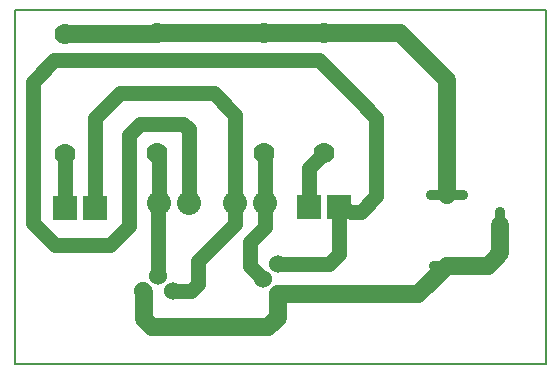
<source format=gbr>
G04 PROTEUS GERBER X2 FILE*
%TF.GenerationSoftware,Labcenter,Proteus,8.8-SP1-Build27031*%
%TF.CreationDate,2019-02-23T23:09:11+00:00*%
%TF.FileFunction,Copper,L2,Bot*%
%TF.FilePolarity,Positive*%
%TF.Part,Single*%
%TF.SameCoordinates,{4f05214c-f268-41af-9fbd-0331bb8a8b34}*%
%FSLAX45Y45*%
%MOMM*%
G01*
%TA.AperFunction,Conductor*%
%ADD18C,1.524000*%
%ADD19C,1.270000*%
%TA.AperFunction,ComponentPad*%
%ADD10C,1.524000*%
%TA.AperFunction,ComponentPad*%
%ADD11C,1.778000*%
%ADD12R,2.032000X2.032000*%
%ADD13C,2.032000*%
%AMPPAD004*
4,1,36,
-1.750000,-0.095200,
-1.750000,0.095200,
-1.743940,0.157520,
-1.726490,0.215160,
-1.698770,0.266980,
-1.661890,0.311890,
-1.616980,0.348760,
-1.565160,0.376480,
-1.507520,0.393930,
-1.445200,0.400000,
1.445200,0.400000,
1.507520,0.393930,
1.565160,0.376480,
1.616980,0.348760,
1.661890,0.311890,
1.698770,0.266980,
1.726490,0.215160,
1.743940,0.157520,
1.750000,0.095200,
1.750000,-0.095200,
1.743940,-0.157520,
1.726490,-0.215160,
1.698770,-0.266980,
1.661890,-0.311890,
1.616980,-0.348760,
1.565160,-0.376480,
1.507520,-0.393930,
1.445200,-0.400000,
-1.445200,-0.400000,
-1.507520,-0.393930,
-1.565160,-0.376480,
-1.616980,-0.348760,
-1.661890,-0.311890,
-1.698770,-0.266980,
-1.726490,-0.215160,
-1.743940,-0.157520,
-1.750000,-0.095200,
0*%
%TA.AperFunction,ComponentPad*%
%ADD14PPAD004*%
%AMPPAD005*
4,1,36,
-1.500000,-0.095200,
-1.500000,0.095200,
-1.493940,0.157520,
-1.476490,0.215160,
-1.448770,0.266980,
-1.411890,0.311890,
-1.366980,0.348760,
-1.315160,0.376480,
-1.257520,0.393930,
-1.195200,0.400000,
1.195200,0.400000,
1.257520,0.393930,
1.315160,0.376480,
1.366980,0.348760,
1.411890,0.311890,
1.448770,0.266980,
1.476490,0.215160,
1.493940,0.157520,
1.500000,0.095200,
1.500000,-0.095200,
1.493940,-0.157520,
1.476490,-0.215160,
1.448770,-0.266980,
1.411890,-0.311890,
1.366980,-0.348760,
1.315160,-0.376480,
1.257520,-0.393930,
1.195200,-0.400000,
-1.195200,-0.400000,
-1.257520,-0.393930,
-1.315160,-0.376480,
-1.366980,-0.348760,
-1.411890,-0.311890,
-1.448770,-0.266980,
-1.476490,-0.215160,
-1.493940,-0.157520,
-1.500000,-0.095200,
0*%
%ADD15PPAD005*%
%AMPPAD006*
4,1,36,
0.095200,-1.500000,
-0.095200,-1.500000,
-0.157520,-1.493940,
-0.215160,-1.476490,
-0.266980,-1.448770,
-0.311890,-1.411890,
-0.348760,-1.366980,
-0.376480,-1.315160,
-0.393930,-1.257520,
-0.400000,-1.195200,
-0.400000,1.195200,
-0.393930,1.257520,
-0.376480,1.315160,
-0.348760,1.366980,
-0.311890,1.411890,
-0.266980,1.448770,
-0.215160,1.476490,
-0.157520,1.493940,
-0.095200,1.500000,
0.095200,1.500000,
0.157520,1.493940,
0.215160,1.476490,
0.266980,1.448770,
0.311890,1.411890,
0.348760,1.366980,
0.376480,1.315160,
0.393930,1.257520,
0.400000,1.195200,
0.400000,-1.195200,
0.393930,-1.257520,
0.376480,-1.315160,
0.348760,-1.366980,
0.311890,-1.411890,
0.266980,-1.448770,
0.215160,-1.476490,
0.157520,-1.493940,
0.095200,-1.500000,
0*%
%ADD16PPAD006*%
%TA.AperFunction,Profile*%
%ADD17C,0.203200*%
%TD.AperFunction*%
D18*
X+1010000Y-150500D02*
X+2199500Y-150500D01*
X+2440000Y+90000D01*
X+2890000Y+440000D02*
X+2890000Y+195042D01*
X+2844400Y+149442D01*
X+2784958Y+90000D01*
X+2440000Y+90000D01*
X+2440000Y+690000D02*
X+2440000Y+1663625D01*
X+2039415Y+2064210D01*
X+1401210Y+2064210D01*
X+1400000Y+2063000D01*
X+890000Y+2063000D01*
X-10000Y+2063000D01*
D19*
X-794000Y+580000D02*
X-794000Y+1033000D01*
X-790000Y+1037000D01*
D18*
X+1010000Y-150500D02*
X+1010000Y-350000D01*
X+930000Y-430000D01*
X-54004Y-430000D01*
X-125446Y-358558D01*
X-125446Y-128054D01*
X-133500Y-120000D01*
D19*
X+120500Y-120000D02*
X+277236Y-120000D01*
X+335662Y-61574D01*
X+335662Y+133811D01*
X+648277Y+446426D01*
X+648277Y+620027D01*
X+650000Y+621750D01*
X+883000Y-23500D02*
X+773323Y+86177D01*
X+773323Y+141626D01*
X+773323Y+290119D01*
X+874923Y+391719D01*
X+904000Y+420796D01*
X+904000Y+621750D01*
X+1010000Y+103500D02*
X+1438581Y+103500D01*
X+1523600Y+188519D01*
X+1523600Y+516764D01*
X+1554862Y+548026D01*
X+1524000Y+590000D01*
X-6500Y+7000D02*
X-6500Y+615250D01*
X+0Y+621750D01*
X+1270000Y+590000D02*
X+1270000Y+917000D01*
X+1400000Y+1047000D01*
X+904000Y+621750D02*
X+904000Y+1033000D01*
X+890000Y+1047000D01*
X+0Y+621750D02*
X+0Y+1037000D01*
X-10000Y+1047000D01*
D18*
X-10000Y+2063000D02*
X-10000Y+2053000D01*
X-790000Y+2053000D01*
D19*
X+650000Y+621750D02*
X+650000Y+1370000D01*
X+470000Y+1550000D01*
X-330001Y+1550000D01*
X-542091Y+1337910D01*
X-542091Y+582091D01*
X-540000Y+580000D01*
X+254000Y+621750D02*
X+254000Y+1246000D01*
X+210000Y+1290000D01*
X-157193Y+1290000D01*
X-250491Y+1196702D01*
X-250491Y+430795D01*
X-414614Y+266672D01*
X-875721Y+266672D01*
X-1063291Y+454242D01*
X-1063291Y+1649994D01*
X-883537Y+1829748D01*
X+1359477Y+1829748D01*
X+1687723Y+1501502D01*
X+1844031Y+1345194D01*
X+1844031Y+680887D01*
X+1711170Y+548026D01*
X+1625600Y+548026D01*
X+1524000Y+590000D01*
D10*
X-133500Y-120000D03*
X-6500Y+7000D03*
X+120500Y-120000D03*
X+1010000Y-150500D03*
X+883000Y-23500D03*
X+1010000Y+103500D03*
D11*
X-790000Y+1037000D03*
X-790000Y+2053000D03*
X+1400000Y+1047000D03*
X+1400000Y+2063000D03*
X+890000Y+1047000D03*
X+890000Y+2063000D03*
X-10000Y+1047000D03*
X-10000Y+2063000D03*
D12*
X-794000Y+580000D03*
X-540000Y+580000D03*
X+1270000Y+590000D03*
X+1524000Y+590000D03*
D13*
X+650000Y+621750D03*
X+904000Y+621750D03*
X+0Y+621750D03*
X+254000Y+621750D03*
D14*
X+2440000Y+690000D03*
D15*
X+2440000Y+90000D03*
D16*
X+2890000Y+440000D03*
D17*
X-1220000Y-740000D02*
X+3280000Y-740000D01*
X+3280000Y+2260000D01*
X-1220000Y+2260000D01*
X-1220000Y-740000D01*
M02*

</source>
